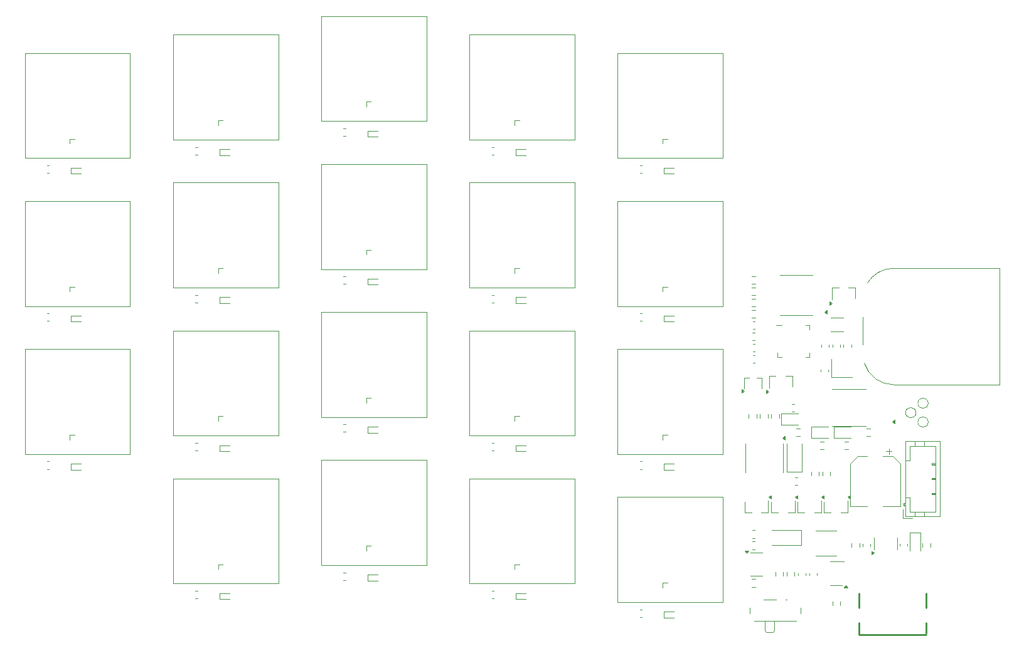
<source format=gbr>
%TF.GenerationSoftware,KiCad,Pcbnew,9.0.3*%
%TF.CreationDate,2025-07-27T18:33:32+02:00*%
%TF.ProjectId,Tastatur,54617374-6174-4757-922e-6b696361645f,0*%
%TF.SameCoordinates,Original*%
%TF.FileFunction,Legend,Top*%
%TF.FilePolarity,Positive*%
%FSLAX46Y46*%
G04 Gerber Fmt 4.6, Leading zero omitted, Abs format (unit mm)*
G04 Created by KiCad (PCBNEW 9.0.3) date 2025-07-27 18:33:32*
%MOMM*%
%LPD*%
G01*
G04 APERTURE LIST*
%ADD10C,0.120000*%
%ADD11C,0.250000*%
G04 APERTURE END LIST*
D10*
%TO.C,SW207*%
X96030000Y-80030000D02*
X96030000Y-94230000D01*
X96030000Y-94230000D02*
X110230000Y-94230000D01*
X110230000Y-80030000D02*
X96030000Y-80030000D01*
X110230000Y-94230000D02*
X110230000Y-80030000D01*
%TO.C,D265*%
X162100000Y-114120000D02*
X162100000Y-114770000D01*
X162750000Y-114120000D02*
X162100000Y-114120000D01*
%TO.C,C206*%
X79026233Y-97720000D02*
X79318767Y-97720000D01*
X79026233Y-98740000D02*
X79318767Y-98740000D01*
%TO.C,Q107*%
X180314000Y-124638000D02*
X180314000Y-123178000D01*
X180314000Y-124638000D02*
X181244000Y-124638000D01*
X183474000Y-123838000D02*
X183474000Y-123038000D01*
X183474000Y-123838000D02*
X183474000Y-124638000D01*
X183474000Y-124638000D02*
X182544000Y-124638000D01*
X183834000Y-122778000D02*
X183504000Y-122538000D01*
X183834000Y-122298000D01*
X183834000Y-122778000D01*
G36*
X183834000Y-122778000D02*
G01*
X183504000Y-122538000D01*
X183834000Y-122298000D01*
X183834000Y-122778000D01*
G37*
D11*
%TO.C,USB101*%
X188610000Y-137534000D02*
X188610000Y-135544000D01*
X188610000Y-141114000D02*
X188610000Y-139494000D01*
X197610000Y-141114000D02*
X188610000Y-141114000D01*
X197680000Y-137534000D02*
X197680000Y-135544000D01*
X197680000Y-140964000D02*
X197680000Y-139494000D01*
D10*
%TO.C,SW221*%
X173836000Y-137472000D02*
X173836000Y-138262000D01*
X174436000Y-139272000D02*
X180136000Y-139272000D01*
X175686000Y-136422000D02*
X177386000Y-136422000D01*
X175886000Y-139272000D02*
X175886000Y-140562000D01*
X175886000Y-140562000D02*
X176086000Y-140772000D01*
X176086000Y-140772000D02*
X176986000Y-140772000D01*
X177186000Y-140562000D02*
X176986000Y-140772000D01*
X177186000Y-140562000D02*
X177186000Y-139272000D01*
X178686000Y-136422000D02*
X178886000Y-136422000D01*
X180736000Y-138262000D02*
X180736000Y-137472000D01*
%TO.C,C208*%
X119026233Y-92720000D02*
X119318767Y-92720000D01*
X119026233Y-93740000D02*
X119318767Y-93740000D01*
%TO.C,D213*%
X122270000Y-113030000D02*
X122270000Y-113830000D01*
X123630000Y-113030000D02*
X122270000Y-113030000D01*
X123630000Y-113830000D02*
X122270000Y-113830000D01*
%TO.C,Q103*%
X183870000Y-124638000D02*
X183870000Y-123178000D01*
X183870000Y-124638000D02*
X184800000Y-124638000D01*
X187030000Y-123838000D02*
X187030000Y-123038000D01*
X187030000Y-123838000D02*
X187030000Y-124638000D01*
X187030000Y-124638000D02*
X186100000Y-124638000D01*
X187390000Y-122778000D02*
X187060000Y-122538000D01*
X187390000Y-122298000D01*
X187390000Y-122778000D01*
G36*
X187390000Y-122778000D02*
G01*
X187060000Y-122538000D01*
X187390000Y-122298000D01*
X187390000Y-122778000D01*
G37*
%TO.C,D269*%
X162100000Y-134120000D02*
X162100000Y-134770000D01*
X162750000Y-134120000D02*
X162100000Y-134120000D01*
%TO.C,C219*%
X159026233Y-137720000D02*
X159318767Y-137720000D01*
X159026233Y-138740000D02*
X159318767Y-138740000D01*
%TO.C,D254*%
X142100000Y-71620000D02*
X142100000Y-72270000D01*
X142750000Y-71620000D02*
X142100000Y-71620000D01*
%TO.C,Y101*%
X184834000Y-103904000D02*
X184834000Y-106324000D01*
X184834000Y-106324000D02*
X187654000Y-106324000D01*
%TO.C,SW203*%
X116030000Y-57530000D02*
X116030000Y-71730000D01*
X116030000Y-71730000D02*
X130230000Y-71730000D01*
X130230000Y-57530000D02*
X116030000Y-57530000D01*
X130230000Y-71730000D02*
X130230000Y-57530000D01*
%TO.C,D262*%
X102100000Y-111620000D02*
X102100000Y-112270000D01*
X102750000Y-111620000D02*
X102100000Y-111620000D01*
%TO.C,C101*%
X183386000Y-105607067D02*
X183386000Y-105314533D01*
X184406000Y-105607067D02*
X184406000Y-105314533D01*
%TO.C,R201*%
X174652224Y-94187500D02*
X174142776Y-94187500D01*
X174652224Y-95232500D02*
X174142776Y-95232500D01*
%TO.C,D207*%
X102270000Y-95530000D02*
X102270000Y-96330000D01*
X103630000Y-95530000D02*
X102270000Y-95530000D01*
X103630000Y-96330000D02*
X102270000Y-96330000D01*
%TO.C,U102*%
X177604000Y-103611000D02*
X177604000Y-103061000D01*
X178154000Y-99311000D02*
X177379000Y-99311000D01*
X178154000Y-103611000D02*
X177604000Y-103611000D01*
X181354000Y-99311000D02*
X181904000Y-99311000D01*
X181354000Y-103611000D02*
X181904000Y-103611000D01*
X181904000Y-99311000D02*
X181904000Y-99861000D01*
X181904000Y-103611000D02*
X181904000Y-103061000D01*
%TO.C,D261*%
X82100000Y-114120000D02*
X82100000Y-114770000D01*
X82750000Y-114120000D02*
X82100000Y-114120000D01*
%TO.C,C207*%
X99026233Y-95220000D02*
X99318767Y-95220000D01*
X99026233Y-96240000D02*
X99318767Y-96240000D01*
%TO.C,D214*%
X142270000Y-115530000D02*
X142270000Y-116330000D01*
X143630000Y-115530000D02*
X142270000Y-115530000D01*
X143630000Y-116330000D02*
X142270000Y-116330000D01*
%TO.C,SW216*%
X96030000Y-120030000D02*
X96030000Y-134230000D01*
X96030000Y-134230000D02*
X110230000Y-134230000D01*
X110230000Y-120030000D02*
X96030000Y-120030000D01*
X110230000Y-134230000D02*
X110230000Y-120030000D01*
%TO.C,SW212*%
X96030000Y-100030000D02*
X96030000Y-114230000D01*
X96030000Y-114230000D02*
X110230000Y-114230000D01*
X110230000Y-100030000D02*
X96030000Y-100030000D01*
X110230000Y-114230000D02*
X110230000Y-100030000D01*
%TO.C,D255*%
X162100000Y-74120000D02*
X162100000Y-74770000D01*
X162750000Y-74120000D02*
X162100000Y-74120000D01*
%TO.C,D205*%
X162270000Y-78030000D02*
X162270000Y-78830000D01*
X163630000Y-78030000D02*
X162270000Y-78030000D01*
X163630000Y-78830000D02*
X162270000Y-78830000D01*
%TO.C,C201*%
X79026233Y-77720000D02*
X79318767Y-77720000D01*
X79026233Y-78740000D02*
X79318767Y-78740000D01*
%TO.C,C203*%
X119026233Y-72720000D02*
X119318767Y-72720000D01*
X119026233Y-73740000D02*
X119318767Y-73740000D01*
%TO.C,U107*%
X173238000Y-117251000D02*
X173238000Y-115301000D01*
X173238000Y-117251000D02*
X173238000Y-119201000D01*
X178358000Y-117251000D02*
X178358000Y-115301000D01*
X178358000Y-117251000D02*
X178358000Y-119201000D01*
X178593000Y-114791000D02*
X178263000Y-114551000D01*
X178593000Y-114311000D01*
X178593000Y-114791000D01*
G36*
X178593000Y-114791000D02*
G01*
X178263000Y-114551000D01*
X178593000Y-114311000D01*
X178593000Y-114791000D01*
G37*
%TO.C,R103*%
X185021500Y-137157224D02*
X185021500Y-136647776D01*
X186066500Y-137157224D02*
X186066500Y-136647776D01*
%TO.C,D106*%
X178093000Y-111279000D02*
X178093000Y-112749000D01*
X178093000Y-112749000D02*
X180378000Y-112749000D01*
X180378000Y-111279000D02*
X178093000Y-111279000D01*
%TO.C,TP101*%
X197931000Y-109855000D02*
G75*
G02*
X196531000Y-109855000I-700000J0D01*
G01*
X196531000Y-109855000D02*
G75*
G02*
X197931000Y-109855000I700000J0D01*
G01*
%TO.C,L101*%
X174226233Y-100296000D02*
X174568767Y-100296000D01*
X174226233Y-101316000D02*
X174568767Y-101316000D01*
%TO.C,D215*%
X162270000Y-118030000D02*
X162270000Y-118830000D01*
X163630000Y-118030000D02*
X162270000Y-118030000D01*
X163630000Y-118830000D02*
X162270000Y-118830000D01*
%TO.C,D263*%
X122100000Y-109120000D02*
X122100000Y-109770000D01*
X122750000Y-109120000D02*
X122100000Y-109120000D01*
%TO.C,C204*%
X139026233Y-75220000D02*
X139318767Y-75220000D01*
X139026233Y-76240000D02*
X139318767Y-76240000D01*
%TO.C,R109*%
X189633776Y-113269500D02*
X190143224Y-113269500D01*
X189633776Y-114314500D02*
X190143224Y-114314500D01*
%TO.C,R114*%
X180085276Y-113269500D02*
X180594724Y-113269500D01*
X180085276Y-114314500D02*
X180594724Y-114314500D01*
%TO.C,D217*%
X122270000Y-133030000D02*
X122270000Y-133830000D01*
X123630000Y-133030000D02*
X122270000Y-133030000D01*
X123630000Y-133830000D02*
X122270000Y-133830000D01*
%TO.C,R205*%
X174632224Y-133623500D02*
X174122776Y-133623500D01*
X174632224Y-134668500D02*
X174122776Y-134668500D01*
%TO.C,D251*%
X82100000Y-74120000D02*
X82100000Y-74770000D01*
X82750000Y-74120000D02*
X82100000Y-74120000D01*
%TO.C,C114*%
X180262267Y-119854000D02*
X179969733Y-119854000D01*
X180262267Y-120874000D02*
X179969733Y-120874000D01*
%TO.C,R106*%
X186665776Y-115047500D02*
X187175224Y-115047500D01*
X186665776Y-116092500D02*
X187175224Y-116092500D01*
%TO.C,C110*%
X181892000Y-132817233D02*
X181892000Y-133109767D01*
X182912000Y-132817233D02*
X182912000Y-133109767D01*
%TO.C,U101*%
X190602300Y-128778000D02*
X190602300Y-127978000D01*
X190602300Y-128778000D02*
X190602300Y-129578000D01*
X193722300Y-128778000D02*
X193722300Y-127978000D01*
X193722300Y-128778000D02*
X193722300Y-129578000D01*
X190652300Y-130078000D02*
X190322300Y-130318000D01*
X190322300Y-129838000D01*
X190652300Y-130078000D01*
G36*
X190652300Y-130078000D02*
G01*
X190322300Y-130318000D01*
X190322300Y-129838000D01*
X190652300Y-130078000D01*
G37*
%TO.C,R113*%
X176769500Y-111864224D02*
X176769500Y-111354776D01*
X177814500Y-111864224D02*
X177814500Y-111354776D01*
%TO.C,D103*%
X185207000Y-113057000D02*
X185207000Y-114527000D01*
X185207000Y-114527000D02*
X187492000Y-114527000D01*
X187492000Y-113057000D02*
X185207000Y-113057000D01*
%TO.C,J102*%
X194516000Y-124172000D02*
X194516000Y-125422000D01*
X194516000Y-125422000D02*
X195766000Y-125422000D01*
X194616000Y-123362000D02*
X194616000Y-123662000D01*
X194616000Y-123662000D02*
X194816000Y-123662000D01*
X194716000Y-123362000D02*
X194716000Y-123662000D01*
X194816000Y-115002000D02*
X194816000Y-125122000D01*
X194816000Y-122562000D02*
X195426000Y-122562000D01*
X194816000Y-123362000D02*
X194616000Y-123362000D01*
X194816000Y-125122000D02*
X199536000Y-125122000D01*
X195426000Y-115612000D02*
X195426000Y-117562000D01*
X195426000Y-117562000D02*
X194816000Y-117562000D01*
X195426000Y-122562000D02*
X195426000Y-124512000D01*
X195426000Y-124512000D02*
X198926000Y-124512000D01*
X196126000Y-115002000D02*
X196126000Y-115612000D01*
X196126000Y-125122000D02*
X196126000Y-124512000D01*
X197426000Y-115002000D02*
X197426000Y-115612000D01*
X197426000Y-125122000D02*
X197426000Y-124512000D01*
X198426000Y-117962000D02*
X198926000Y-117962000D01*
X198426000Y-118162000D02*
X198426000Y-117962000D01*
X198426000Y-119962000D02*
X198926000Y-119962000D01*
X198426000Y-120162000D02*
X198426000Y-119962000D01*
X198426000Y-121962000D02*
X198926000Y-121962000D01*
X198426000Y-122162000D02*
X198426000Y-121962000D01*
X198926000Y-115612000D02*
X195426000Y-115612000D01*
X198926000Y-118062000D02*
X198426000Y-118062000D01*
X198926000Y-118162000D02*
X198426000Y-118162000D01*
X198926000Y-120062000D02*
X198426000Y-120062000D01*
X198926000Y-120162000D02*
X198426000Y-120162000D01*
X198926000Y-122062000D02*
X198426000Y-122062000D01*
X198926000Y-122162000D02*
X198426000Y-122162000D01*
X198926000Y-124512000D02*
X198926000Y-115612000D01*
X199536000Y-115002000D02*
X194816000Y-115002000D01*
X199536000Y-125122000D02*
X199536000Y-115002000D01*
%TO.C,C106*%
X185011600Y-102254267D02*
X185011600Y-101961733D01*
X186031600Y-102254267D02*
X186031600Y-101961733D01*
%TO.C,L102*%
X174206233Y-128556000D02*
X174548767Y-128556000D01*
X174206233Y-129576000D02*
X174548767Y-129576000D01*
%TO.C,SW213*%
X116030000Y-97530000D02*
X116030000Y-111730000D01*
X116030000Y-111730000D02*
X130230000Y-111730000D01*
X130230000Y-97530000D02*
X116030000Y-97530000D01*
X130230000Y-111730000D02*
X130230000Y-97530000D01*
%TO.C,F101*%
X185536252Y-127036000D02*
X182763748Y-127036000D01*
X185536252Y-130456000D02*
X182763748Y-130456000D01*
%TO.C,D260*%
X162100000Y-94120000D02*
X162100000Y-94770000D01*
X162750000Y-94120000D02*
X162100000Y-94120000D01*
%TO.C,U104*%
X174753000Y-130046000D02*
X173953000Y-130046000D01*
X174753000Y-130046000D02*
X175553000Y-130046000D01*
X174753000Y-133166000D02*
X173953000Y-133166000D01*
X174753000Y-133166000D02*
X175553000Y-133166000D01*
X173453000Y-130096000D02*
X173213000Y-129766000D01*
X173693000Y-129766000D01*
X173453000Y-130096000D01*
G36*
X173453000Y-130096000D02*
G01*
X173213000Y-129766000D01*
X173693000Y-129766000D01*
X173453000Y-130096000D01*
G37*
%TO.C,C209*%
X139026233Y-95220000D02*
X139318767Y-95220000D01*
X139026233Y-96240000D02*
X139318767Y-96240000D01*
%TO.C,R111*%
X183657500Y-119602724D02*
X183657500Y-119093276D01*
X184702500Y-119602724D02*
X184702500Y-119093276D01*
%TO.C,R108*%
X175245500Y-111864224D02*
X175245500Y-111354776D01*
X176290500Y-111864224D02*
X176290500Y-111354776D01*
%TO.C,R107*%
X183363776Y-115047500D02*
X183873224Y-115047500D01*
X183363776Y-116092500D02*
X183873224Y-116092500D01*
%TO.C,D252*%
X102100000Y-71620000D02*
X102100000Y-72270000D01*
X102750000Y-71620000D02*
X102100000Y-71620000D01*
%TO.C,U105*%
X187239000Y-107942000D02*
X184954000Y-107942000D01*
X187239000Y-107942000D02*
X189524000Y-107942000D01*
X187239000Y-112972000D02*
X184954000Y-112972000D01*
X187239000Y-112972000D02*
X189524000Y-112972000D01*
X193404000Y-112602000D02*
X193074000Y-112362000D01*
X193404000Y-112122000D01*
X193404000Y-112602000D01*
G36*
X193404000Y-112602000D02*
G01*
X193074000Y-112362000D01*
X193404000Y-112122000D01*
X193404000Y-112602000D01*
G37*
%TO.C,D204*%
X142270000Y-75530000D02*
X142270000Y-76330000D01*
X143630000Y-75530000D02*
X142270000Y-75530000D01*
X143630000Y-76330000D02*
X142270000Y-76330000D01*
%TO.C,R202*%
X174652224Y-95711500D02*
X174142776Y-95711500D01*
X174652224Y-96756500D02*
X174142776Y-96756500D01*
%TO.C,D257*%
X102100000Y-91620000D02*
X102100000Y-92270000D01*
X102750000Y-91620000D02*
X102100000Y-91620000D01*
%TO.C,C215*%
X159026233Y-117720000D02*
X159318767Y-117720000D01*
X159026233Y-118740000D02*
X159318767Y-118740000D01*
%TO.C,D264*%
X142100000Y-111620000D02*
X142100000Y-112270000D01*
X142750000Y-111620000D02*
X142100000Y-111620000D01*
%TO.C,C104*%
X174543767Y-103344000D02*
X174251233Y-103344000D01*
X174543767Y-104364000D02*
X174251233Y-104364000D01*
%TO.C,SW211*%
X76030000Y-102530000D02*
X76030000Y-116730000D01*
X76030000Y-116730000D02*
X90230000Y-116730000D01*
X90230000Y-102530000D02*
X76030000Y-102530000D01*
X90230000Y-116730000D02*
X90230000Y-102530000D01*
%TO.C,D211*%
X82270000Y-118030000D02*
X82270000Y-118830000D01*
X83630000Y-118030000D02*
X82270000Y-118030000D01*
X83630000Y-118830000D02*
X82270000Y-118830000D01*
%TO.C,D206*%
X82270000Y-98030000D02*
X82270000Y-98830000D01*
X83630000Y-98030000D02*
X82270000Y-98030000D01*
X83630000Y-98830000D02*
X82270000Y-98830000D01*
%TO.C,C212*%
X99026233Y-115220000D02*
X99318767Y-115220000D01*
X99026233Y-116240000D02*
X99318767Y-116240000D01*
%TO.C,D258*%
X122100000Y-89120000D02*
X122100000Y-89770000D01*
X122750000Y-89120000D02*
X122100000Y-89120000D01*
%TO.C,SW215*%
X156030000Y-102530000D02*
X156030000Y-116730000D01*
X156030000Y-116730000D02*
X170230000Y-116730000D01*
X170230000Y-102530000D02*
X156030000Y-102530000D01*
X170230000Y-116730000D02*
X170230000Y-102530000D01*
%TO.C,R112*%
X182133500Y-119602724D02*
X182133500Y-119093276D01*
X183178500Y-119602724D02*
X183178500Y-119093276D01*
%TO.C,C103*%
X183511600Y-102254267D02*
X183511600Y-101961733D01*
X184531600Y-102254267D02*
X184531600Y-101961733D01*
%TO.C,Q106*%
X173104000Y-106421000D02*
X173774000Y-106421000D01*
X173104000Y-107831000D02*
X173104000Y-106421000D01*
X174774000Y-106421000D02*
X175434000Y-106421000D01*
X175434000Y-107831000D02*
X175434000Y-106421000D01*
X173124000Y-108201000D02*
X172794000Y-108441000D01*
X172794000Y-107961000D01*
X173124000Y-108201000D01*
G36*
X173124000Y-108201000D02*
G01*
X172794000Y-108441000D01*
X172794000Y-107961000D01*
X173124000Y-108201000D01*
G37*
%TO.C,R101*%
X197161500Y-129254724D02*
X197161500Y-128745276D01*
X198206500Y-129254724D02*
X198206500Y-128745276D01*
%TO.C,D104*%
X182133500Y-113057000D02*
X182133500Y-114527000D01*
X182133500Y-114527000D02*
X184418500Y-114527000D01*
X184418500Y-113057000D02*
X182133500Y-113057000D01*
%TO.C,C216*%
X99026233Y-135220000D02*
X99318767Y-135220000D01*
X99026233Y-136240000D02*
X99318767Y-136240000D01*
%TO.C,D216*%
X102270000Y-135530000D02*
X102270000Y-136330000D01*
X103630000Y-135530000D02*
X102270000Y-135530000D01*
X103630000Y-136330000D02*
X102270000Y-136330000D01*
%TO.C,D218*%
X142270000Y-135530000D02*
X142270000Y-136330000D01*
X143630000Y-135530000D02*
X142270000Y-135530000D01*
X143630000Y-136330000D02*
X142270000Y-136330000D01*
%TO.C,D209*%
X142270000Y-95530000D02*
X142270000Y-96330000D01*
X143630000Y-95530000D02*
X142270000Y-95530000D01*
X143630000Y-96330000D02*
X142270000Y-96330000D01*
%TO.C,J103*%
X189137000Y-98195000D02*
X189137000Y-101935000D01*
X207557000Y-91625000D02*
X193247000Y-91625000D01*
X207557000Y-91625000D02*
X207557000Y-107345000D01*
X207557000Y-107345000D02*
X193247000Y-107345000D01*
X189724042Y-93618194D02*
G75*
G02*
X193247000Y-91625000I3522957J-2116805D01*
G01*
X193247000Y-107345000D02*
G75*
G02*
X189316587Y-104436648I0J4110000D01*
G01*
%TO.C,C214*%
X139026233Y-115220000D02*
X139318767Y-115220000D01*
X139026233Y-116240000D02*
X139318767Y-116240000D01*
%TO.C,C108*%
X174231233Y-127032000D02*
X174523767Y-127032000D01*
X174231233Y-128052000D02*
X174523767Y-128052000D01*
%TO.C,C211*%
X79026233Y-117720000D02*
X79318767Y-117720000D01*
X79026233Y-118740000D02*
X79318767Y-118740000D01*
%TO.C,SW209*%
X136030000Y-80030000D02*
X136030000Y-94230000D01*
X136030000Y-94230000D02*
X150230000Y-94230000D01*
X150230000Y-80030000D02*
X136030000Y-80030000D01*
X150230000Y-94230000D02*
X150230000Y-80030000D01*
%TO.C,D201*%
X82270000Y-78030000D02*
X82270000Y-78830000D01*
X83630000Y-78030000D02*
X82270000Y-78030000D01*
X83630000Y-78830000D02*
X82270000Y-78830000D01*
%TO.C,D212*%
X102270000Y-115530000D02*
X102270000Y-116330000D01*
X103630000Y-115530000D02*
X102270000Y-115530000D01*
X103630000Y-116330000D02*
X102270000Y-116330000D01*
%TO.C,D268*%
X142100000Y-131620000D02*
X142100000Y-132270000D01*
X142750000Y-131620000D02*
X142100000Y-131620000D01*
%TO.C,D208*%
X122270000Y-93030000D02*
X122270000Y-93830000D01*
X123630000Y-93030000D02*
X122270000Y-93030000D01*
X123630000Y-93830000D02*
X122270000Y-93830000D01*
%TO.C,C111*%
X179824767Y-109980000D02*
X179532233Y-109980000D01*
X179824767Y-111000000D02*
X179532233Y-111000000D01*
%TO.C,SW204*%
X136030000Y-60030000D02*
X136030000Y-74230000D01*
X136030000Y-74230000D02*
X150230000Y-74230000D01*
X150230000Y-60030000D02*
X136030000Y-60030000D01*
X150230000Y-74230000D02*
X150230000Y-60030000D01*
%TO.C,TP104*%
X196280000Y-111125000D02*
G75*
G02*
X194880000Y-111125000I-700000J0D01*
G01*
X194880000Y-111125000D02*
G75*
G02*
X196280000Y-111125000I700000J0D01*
G01*
%TO.C,C113*%
X174251233Y-98772000D02*
X174543767Y-98772000D01*
X174251233Y-99792000D02*
X174543767Y-99792000D01*
%TO.C,R110*%
X173721500Y-111354776D02*
X173721500Y-111864224D01*
X174766500Y-111354776D02*
X174766500Y-111864224D01*
%TO.C,C217*%
X119026233Y-132720000D02*
X119318767Y-132720000D01*
X119026233Y-133740000D02*
X119318767Y-133740000D01*
%TO.C,D266*%
X102100000Y-131620000D02*
X102100000Y-132270000D01*
X102750000Y-131620000D02*
X102100000Y-131620000D01*
%TO.C,C210*%
X159026233Y-97720000D02*
X159318767Y-97720000D01*
X159026233Y-98740000D02*
X159318767Y-98740000D01*
%TO.C,SW210*%
X156030000Y-82530000D02*
X156030000Y-96730000D01*
X156030000Y-96730000D02*
X170230000Y-96730000D01*
X170230000Y-82530000D02*
X156030000Y-82530000D01*
X170230000Y-96730000D02*
X170230000Y-82530000D01*
%TO.C,D202*%
X102270000Y-75530000D02*
X102270000Y-76330000D01*
X103630000Y-75530000D02*
X102270000Y-75530000D01*
X103630000Y-76330000D02*
X102270000Y-76330000D01*
%TO.C,C109*%
X194126000Y-128853733D02*
X194126000Y-129146267D01*
X195146000Y-128853733D02*
X195146000Y-129146267D01*
%TO.C,L103*%
X189126400Y-129203267D02*
X189126400Y-128860733D01*
X190146400Y-129203267D02*
X190146400Y-128860733D01*
%TO.C,D105*%
X178862000Y-119142000D02*
X178862000Y-115282000D01*
X178862000Y-119142000D02*
X180862000Y-119142000D01*
X180862000Y-119142000D02*
X180862000Y-115282000D01*
%TO.C,C213*%
X119026233Y-112720000D02*
X119318767Y-112720000D01*
X119026233Y-113740000D02*
X119318767Y-113740000D01*
%TO.C,D101*%
X195425000Y-127340000D02*
X195425000Y-129800000D01*
X196895000Y-127340000D02*
X195425000Y-127340000D01*
X196895000Y-129800000D02*
X196895000Y-127340000D01*
%TO.C,C202*%
X99026233Y-75220000D02*
X99318767Y-75220000D01*
X99026233Y-76240000D02*
X99318767Y-76240000D01*
%TO.C,D259*%
X142100000Y-91620000D02*
X142100000Y-92270000D01*
X142750000Y-91620000D02*
X142100000Y-91620000D01*
%TO.C,R102*%
X187589900Y-129286724D02*
X187589900Y-128777276D01*
X188634900Y-129286724D02*
X188634900Y-128777276D01*
%TO.C,C205*%
X159026233Y-77720000D02*
X159318767Y-77720000D01*
X159026233Y-78740000D02*
X159318767Y-78740000D01*
%TO.C,SW206*%
X76030000Y-82530000D02*
X76030000Y-96730000D01*
X76030000Y-96730000D02*
X90230000Y-96730000D01*
X90230000Y-82530000D02*
X76030000Y-82530000D01*
X90230000Y-96730000D02*
X90230000Y-82530000D01*
%TO.C,Q101*%
X176758000Y-124638000D02*
X176758000Y-123178000D01*
X176758000Y-124638000D02*
X177688000Y-124638000D01*
X179918000Y-123838000D02*
X179918000Y-123038000D01*
X179918000Y-123838000D02*
X179918000Y-124638000D01*
X179918000Y-124638000D02*
X178988000Y-124638000D01*
X180278000Y-122778000D02*
X179948000Y-122538000D01*
X180278000Y-122298000D01*
X180278000Y-122778000D01*
G36*
X180278000Y-122778000D02*
G01*
X179948000Y-122538000D01*
X180278000Y-122298000D01*
X180278000Y-122778000D01*
G37*
%TO.C,C218*%
X139026233Y-135220000D02*
X139318767Y-135220000D01*
X139026233Y-136240000D02*
X139318767Y-136240000D01*
%TO.C,AE101*%
X184787758Y-98302400D02*
X186458242Y-98302400D01*
X184787758Y-100122400D02*
X186458242Y-100122400D01*
%TO.C,SW202*%
X96030000Y-60030000D02*
X96030000Y-74230000D01*
X96030000Y-74230000D02*
X110230000Y-74230000D01*
X110230000Y-60030000D02*
X96030000Y-60030000D01*
X110230000Y-74230000D02*
X110230000Y-60030000D01*
%TO.C,SW218*%
X136030000Y-120030000D02*
X136030000Y-134230000D01*
X136030000Y-134230000D02*
X150230000Y-134230000D01*
X150230000Y-120030000D02*
X136030000Y-120030000D01*
X150230000Y-134230000D02*
X150230000Y-120030000D01*
%TO.C,SW205*%
X156030000Y-62530000D02*
X156030000Y-76730000D01*
X156030000Y-76730000D02*
X170230000Y-76730000D01*
X170230000Y-62530000D02*
X156030000Y-62530000D01*
X170230000Y-76730000D02*
X170230000Y-62530000D01*
%TO.C,D203*%
X122270000Y-73030000D02*
X122270000Y-73830000D01*
X123630000Y-73030000D02*
X122270000Y-73030000D01*
X123630000Y-73830000D02*
X122270000Y-73830000D01*
%TO.C,D102*%
X180824000Y-126984000D02*
X176814000Y-126984000D01*
X180824000Y-128984000D02*
X176814000Y-128984000D01*
X180824000Y-128984000D02*
X180824000Y-126984000D01*
%TO.C,SW208*%
X116030000Y-77530000D02*
X116030000Y-91730000D01*
X116030000Y-91730000D02*
X130230000Y-91730000D01*
X130230000Y-77530000D02*
X116030000Y-77530000D01*
X130230000Y-91730000D02*
X130230000Y-77530000D01*
%TO.C,SW214*%
X136030000Y-100030000D02*
X136030000Y-114230000D01*
X136030000Y-114230000D02*
X150230000Y-114230000D01*
X150230000Y-100030000D02*
X136030000Y-100030000D01*
X150230000Y-114230000D02*
X150230000Y-100030000D01*
%TO.C,C102*%
X174543767Y-101820000D02*
X174251233Y-101820000D01*
X174543767Y-102840000D02*
X174251233Y-102840000D01*
%TO.C,SW201*%
X76030000Y-62530000D02*
X76030000Y-76730000D01*
X76030000Y-76730000D02*
X90230000Y-76730000D01*
X90230000Y-62530000D02*
X76030000Y-62530000D01*
X90230000Y-76730000D02*
X90230000Y-62530000D01*
%TO.C,R105*%
X178831500Y-132658776D02*
X178831500Y-133168224D01*
X179876500Y-132658776D02*
X179876500Y-133168224D01*
%TO.C,Q104*%
X184952000Y-94228000D02*
X185882000Y-94228000D01*
X184952000Y-95028000D02*
X184952000Y-94228000D01*
X184952000Y-95028000D02*
X184952000Y-95828000D01*
X188112000Y-94228000D02*
X187182000Y-94228000D01*
X188112000Y-94228000D02*
X188112000Y-95688000D01*
X184922000Y-96328000D02*
X184592000Y-96568000D01*
X184592000Y-96088000D01*
X184922000Y-96328000D01*
G36*
X184922000Y-96328000D02*
G01*
X184592000Y-96568000D01*
X184592000Y-96088000D01*
X184922000Y-96328000D01*
G37*
%TO.C,D210*%
X162270000Y-98030000D02*
X162270000Y-98830000D01*
X163630000Y-98030000D02*
X162270000Y-98030000D01*
X163630000Y-98830000D02*
X162270000Y-98830000D01*
%TO.C,D256*%
X82100000Y-94120000D02*
X82100000Y-94770000D01*
X82750000Y-94120000D02*
X82100000Y-94120000D01*
%TO.C,TP103*%
X197931000Y-112395000D02*
G75*
G02*
X196531000Y-112395000I-700000J0D01*
G01*
X196531000Y-112395000D02*
G75*
G02*
X197931000Y-112395000I700000J0D01*
G01*
%TO.C,SW217*%
X116030000Y-117530000D02*
X116030000Y-131730000D01*
X116030000Y-131730000D02*
X130230000Y-131730000D01*
X130230000Y-117530000D02*
X116030000Y-117530000D01*
X130230000Y-131730000D02*
X130230000Y-117530000D01*
%TO.C,Q102*%
X173180000Y-124638000D02*
X173180000Y-123178000D01*
X173180000Y-124638000D02*
X174110000Y-124638000D01*
X176340000Y-123838000D02*
X176340000Y-123038000D01*
X176340000Y-123838000D02*
X176340000Y-124638000D01*
X176340000Y-124638000D02*
X175410000Y-124638000D01*
X176700000Y-122778000D02*
X176370000Y-122538000D01*
X176700000Y-122298000D01*
X176700000Y-122778000D01*
G36*
X176700000Y-122778000D02*
G01*
X176370000Y-122538000D01*
X176700000Y-122298000D01*
X176700000Y-122778000D01*
G37*
%TO.C,D267*%
X122100000Y-129120000D02*
X122100000Y-129770000D01*
X122750000Y-129120000D02*
X122100000Y-129120000D01*
%TO.C,U103*%
X185524000Y-134486000D02*
X184724000Y-134486000D01*
X185524000Y-134486000D02*
X186324000Y-134486000D01*
X186524000Y-131266000D02*
X184724000Y-131266000D01*
X187064000Y-134766000D02*
X186584000Y-134766000D01*
X186824000Y-134436000D01*
X187064000Y-134766000D01*
G36*
X187064000Y-134766000D02*
G01*
X186584000Y-134766000D01*
X186824000Y-134436000D01*
X187064000Y-134766000D01*
G37*
%TO.C,C112*%
X187374000Y-118050437D02*
X187374000Y-123806000D01*
X187374000Y-123806000D02*
X189724000Y-123806000D01*
X188438437Y-116986000D02*
X187374000Y-118050437D01*
X188438437Y-116986000D02*
X189724000Y-116986000D01*
X192631500Y-115958500D02*
X192631500Y-116746000D01*
X193025250Y-116352250D02*
X192237750Y-116352250D01*
X193129563Y-116986000D02*
X191844000Y-116986000D01*
X193129563Y-116986000D02*
X194194000Y-118050437D01*
X194194000Y-118050437D02*
X194194000Y-123806000D01*
X194194000Y-123806000D02*
X191844000Y-123806000D01*
%TO.C,R203*%
X174652224Y-97235500D02*
X174142776Y-97235500D01*
X174652224Y-98280500D02*
X174142776Y-98280500D01*
%TO.C,R204*%
X174652224Y-92663500D02*
X174142776Y-92663500D01*
X174652224Y-93708500D02*
X174142776Y-93708500D01*
%TO.C,U106*%
X180086000Y-92515000D02*
X177886000Y-92515000D01*
X180086000Y-92515000D02*
X182286000Y-92515000D01*
X180086000Y-97985000D02*
X177886000Y-97985000D01*
X180086000Y-97985000D02*
X182286000Y-97985000D01*
X184276000Y-97765000D02*
X183946000Y-97525000D01*
X184276000Y-97285000D01*
X184276000Y-97765000D01*
G36*
X184276000Y-97765000D02*
G01*
X183946000Y-97525000D01*
X184276000Y-97285000D01*
X184276000Y-97765000D01*
G37*
%TO.C,D253*%
X122100000Y-69120000D02*
X122100000Y-69770000D01*
X122750000Y-69120000D02*
X122100000Y-69120000D01*
%TO.C,C107*%
X180368000Y-133109767D02*
X180368000Y-132817233D01*
X181388000Y-133109767D02*
X181388000Y-132817233D01*
%TO.C,SW219*%
X156030000Y-122530000D02*
X156030000Y-136730000D01*
X156030000Y-136730000D02*
X170230000Y-136730000D01*
X170230000Y-122530000D02*
X156030000Y-122530000D01*
X170230000Y-136730000D02*
X170230000Y-122530000D01*
%TO.C,C105*%
X186511600Y-102254267D02*
X186511600Y-101961733D01*
X187531600Y-102254267D02*
X187531600Y-101961733D01*
%TO.C,R104*%
X177307500Y-133168224D02*
X177307500Y-132658776D01*
X178352500Y-133168224D02*
X178352500Y-132658776D01*
%TO.C,Q105*%
X176438000Y-106166000D02*
X177368000Y-106166000D01*
X176438000Y-106966000D02*
X176438000Y-106166000D01*
X176438000Y-106966000D02*
X176438000Y-107766000D01*
X179598000Y-106166000D02*
X178668000Y-106166000D01*
X179598000Y-106166000D02*
X179598000Y-107626000D01*
X176408000Y-108266000D02*
X176078000Y-108506000D01*
X176078000Y-108026000D01*
X176408000Y-108266000D01*
G36*
X176408000Y-108266000D02*
G01*
X176078000Y-108506000D01*
X176078000Y-108026000D01*
X176408000Y-108266000D01*
G37*
%TO.C,D219*%
X162270000Y-138030000D02*
X162270000Y-138830000D01*
X163630000Y-138030000D02*
X162270000Y-138030000D01*
X163630000Y-138830000D02*
X162270000Y-138830000D01*
%TD*%
M02*

</source>
